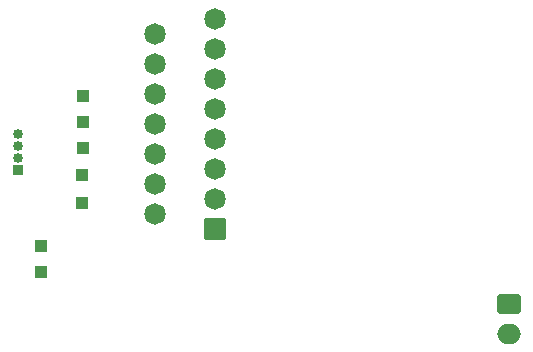
<source format=gbs>
%TF.GenerationSoftware,KiCad,Pcbnew,7.0.5-0*%
%TF.CreationDate,2024-11-17T18:20:44-05:00*%
%TF.ProjectId,PCB_design,5043425f-6465-4736-9967-6e2e6b696361,rev?*%
%TF.SameCoordinates,Original*%
%TF.FileFunction,Soldermask,Bot*%
%TF.FilePolarity,Negative*%
%FSLAX46Y46*%
G04 Gerber Fmt 4.6, Leading zero omitted, Abs format (unit mm)*
G04 Created by KiCad (PCBNEW 7.0.5-0) date 2024-11-17 18:20:44*
%MOMM*%
%LPD*%
G01*
G04 APERTURE LIST*
G04 Aperture macros list*
%AMRoundRect*
0 Rectangle with rounded corners*
0 $1 Rounding radius*
0 $2 $3 $4 $5 $6 $7 $8 $9 X,Y pos of 4 corners*
0 Add a 4 corners polygon primitive as box body*
4,1,4,$2,$3,$4,$5,$6,$7,$8,$9,$2,$3,0*
0 Add four circle primitives for the rounded corners*
1,1,$1+$1,$2,$3*
1,1,$1+$1,$4,$5*
1,1,$1+$1,$6,$7*
1,1,$1+$1,$8,$9*
0 Add four rect primitives between the rounded corners*
20,1,$1+$1,$2,$3,$4,$5,0*
20,1,$1+$1,$4,$5,$6,$7,0*
20,1,$1+$1,$6,$7,$8,$9,0*
20,1,$1+$1,$8,$9,$2,$3,0*%
G04 Aperture macros list end*
%ADD10R,1.000000X1.000000*%
%ADD11RoundRect,0.102000X0.810000X0.810000X-0.810000X0.810000X-0.810000X-0.810000X0.810000X-0.810000X0*%
%ADD12C,1.824000*%
%ADD13R,0.850000X0.850000*%
%ADD14O,0.850000X0.850000*%
%ADD15RoundRect,0.250000X-0.750000X0.600000X-0.750000X-0.600000X0.750000X-0.600000X0.750000X0.600000X0*%
%ADD16O,2.000000X1.700000*%
G04 APERTURE END LIST*
D10*
%TO.C,J3*%
X85815000Y-56985000D03*
%TD*%
D11*
%TO.C,U1*%
X97035000Y-61545000D03*
D12*
X91955000Y-60275000D03*
X97035000Y-59005000D03*
X91955000Y-57735000D03*
X97035000Y-56465000D03*
X91955000Y-55195000D03*
X97035000Y-53925000D03*
X91955000Y-52655000D03*
X97035000Y-51385000D03*
X91955000Y-50115000D03*
X97035000Y-48845000D03*
X91955000Y-47575000D03*
X97035000Y-46305000D03*
X91955000Y-45035000D03*
X97035000Y-43765000D03*
%TD*%
D13*
%TO.C,J2*%
X80345000Y-56495000D03*
D14*
X80345000Y-55495000D03*
X80345000Y-54495000D03*
X80345000Y-53495000D03*
%TD*%
D10*
%TO.C,J10*%
X82315000Y-63005000D03*
%TD*%
D15*
%TO.C,J4*%
X121902500Y-67885000D03*
D16*
X121902500Y-70385000D03*
%TD*%
D10*
%TO.C,J11*%
X82305000Y-65195000D03*
%TD*%
%TO.C,J6*%
X85845000Y-54685000D03*
%TD*%
%TO.C,J5*%
X85785000Y-59365000D03*
%TD*%
%TO.C,J7*%
X85845000Y-52435000D03*
%TD*%
%TO.C,J8*%
X85845000Y-50245000D03*
%TD*%
M02*

</source>
